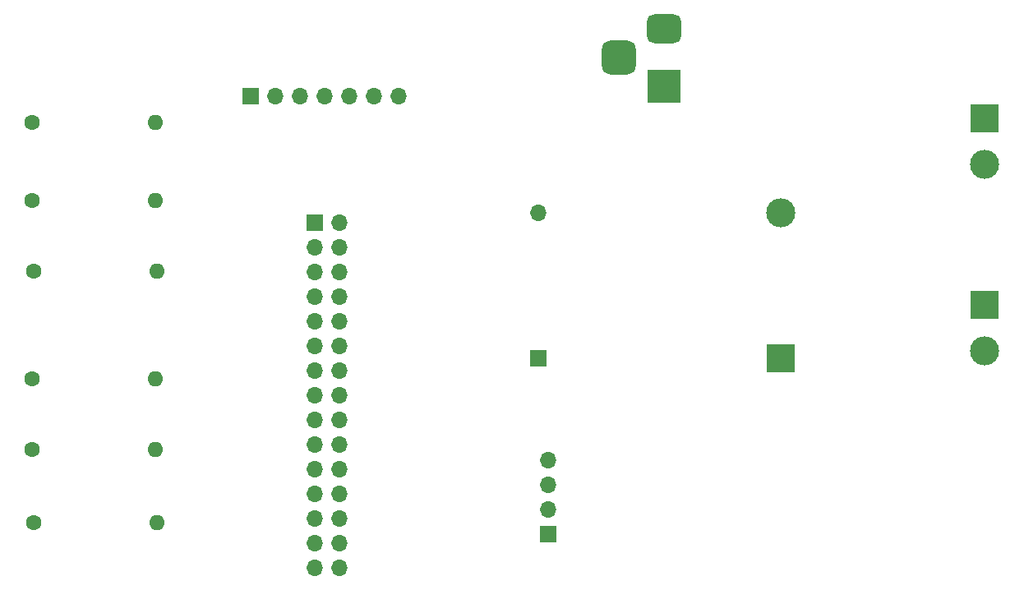
<source format=gbr>
%TF.GenerationSoftware,KiCad,Pcbnew,8.0.2*%
%TF.CreationDate,2024-06-02T23:09:43-04:00*%
%TF.ProjectId,popperPump,706f7070-6572-4507-956d-702e6b696361,1.5*%
%TF.SameCoordinates,Original*%
%TF.FileFunction,Soldermask,Bot*%
%TF.FilePolarity,Negative*%
%FSLAX46Y46*%
G04 Gerber Fmt 4.6, Leading zero omitted, Abs format (unit mm)*
G04 Created by KiCad (PCBNEW 8.0.2) date 2024-06-02 23:09:43*
%MOMM*%
%LPD*%
G01*
G04 APERTURE LIST*
G04 Aperture macros list*
%AMRoundRect*
0 Rectangle with rounded corners*
0 $1 Rounding radius*
0 $2 $3 $4 $5 $6 $7 $8 $9 X,Y pos of 4 corners*
0 Add a 4 corners polygon primitive as box body*
4,1,4,$2,$3,$4,$5,$6,$7,$8,$9,$2,$3,0*
0 Add four circle primitives for the rounded corners*
1,1,$1+$1,$2,$3*
1,1,$1+$1,$4,$5*
1,1,$1+$1,$6,$7*
1,1,$1+$1,$8,$9*
0 Add four rect primitives between the rounded corners*
20,1,$1+$1,$2,$3,$4,$5,0*
20,1,$1+$1,$4,$5,$6,$7,0*
20,1,$1+$1,$6,$7,$8,$9,0*
20,1,$1+$1,$8,$9,$2,$3,0*%
G04 Aperture macros list end*
%ADD10R,3.500000X3.500000*%
%ADD11RoundRect,0.750000X-1.000000X0.750000X-1.000000X-0.750000X1.000000X-0.750000X1.000000X0.750000X0*%
%ADD12RoundRect,0.875000X-0.875000X0.875000X-0.875000X-0.875000X0.875000X-0.875000X0.875000X0.875000X0*%
%ADD13C,1.600000*%
%ADD14O,1.600000X1.600000*%
%ADD15R,1.700000X1.700000*%
%ADD16O,1.700000X1.700000*%
%ADD17R,3.000000X3.000000*%
%ADD18O,3.000000X3.000000*%
G04 APERTURE END LIST*
D10*
%TO.C,12VIN*%
X165707500Y-71000000D03*
D11*
X165707500Y-65000000D03*
D12*
X161007500Y-68000000D03*
%TD*%
D13*
%TO.C,ButDPullDown1*%
X100752400Y-90015680D03*
D14*
X113452400Y-90015680D03*
%TD*%
D13*
%TO.C,ButDNeutral1*%
X100727000Y-115949080D03*
D14*
X113427000Y-115949080D03*
%TD*%
D13*
%TO.C,ButBNeutral1*%
X100600000Y-108354480D03*
D14*
X113300000Y-108354480D03*
%TD*%
D13*
%TO.C,ButBPullDown1*%
X100600000Y-74699480D03*
D14*
X113300000Y-74699480D03*
%TD*%
D15*
%TO.C,M5StackHeader1*%
X129750000Y-85000000D03*
D16*
X132290000Y-85000000D03*
X129750000Y-87540000D03*
X132290000Y-87540000D03*
X129750000Y-90080000D03*
X132290000Y-90080000D03*
X129750000Y-92620000D03*
X132290000Y-92620000D03*
X129750000Y-95160000D03*
X132290000Y-95160000D03*
X129750000Y-97700000D03*
X132290000Y-97700000D03*
X129750000Y-100240000D03*
X132290000Y-100240000D03*
X129750000Y-102780000D03*
X132290000Y-102780000D03*
X129750000Y-105320000D03*
X132290000Y-105320000D03*
X129750000Y-107860000D03*
X132290000Y-107860000D03*
X129750000Y-110400000D03*
X132290000Y-110400000D03*
X129750000Y-112940000D03*
X132290000Y-112940000D03*
X129750000Y-115480000D03*
X132290000Y-115480000D03*
X129750000Y-118020000D03*
X132290000Y-118020000D03*
X129750000Y-120560000D03*
X132290000Y-120560000D03*
%TD*%
D15*
%TO.C,5v Output*%
X152750000Y-99000000D03*
D16*
X152750000Y-84000000D03*
%TD*%
D15*
%TO.C,DRV8871*%
X153750000Y-117080000D03*
D16*
X153750000Y-114540000D03*
X153750000Y-112000000D03*
X153750000Y-109460000D03*
%TD*%
D17*
%TO.C,PowerSwitch*%
X198750000Y-74270000D03*
D18*
X198750000Y-79000000D03*
%TD*%
D13*
%TO.C,ButCNeutral1*%
X100600000Y-101090080D03*
D14*
X113300000Y-101090080D03*
%TD*%
D15*
%TO.C,AdafruitRF*%
X123125000Y-72000000D03*
D16*
X125665000Y-72000000D03*
X128205000Y-72000000D03*
X130745000Y-72000000D03*
X133285000Y-72000000D03*
X135825000Y-72000000D03*
X138365000Y-72000000D03*
%TD*%
D13*
%TO.C,ButCPullDown1*%
X100600000Y-82699480D03*
D14*
X113300000Y-82699480D03*
%TD*%
D17*
%TO.C,DRV1*%
X198750000Y-93460000D03*
D18*
X198750000Y-98190000D03*
%TD*%
D17*
%TO.C,12v Input*%
X177750000Y-99000000D03*
D18*
X177750000Y-84000000D03*
%TD*%
M02*

</source>
